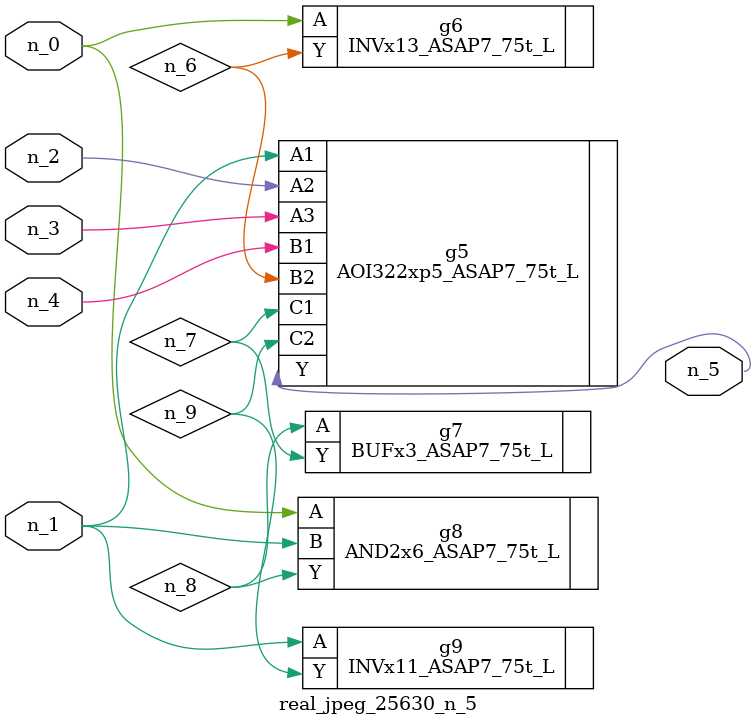
<source format=v>
module real_jpeg_25630_n_5 (n_4, n_0, n_1, n_2, n_3, n_5);

input n_4;
input n_0;
input n_1;
input n_2;
input n_3;

output n_5;

wire n_8;
wire n_6;
wire n_7;
wire n_9;

INVx13_ASAP7_75t_L g6 ( 
.A(n_0),
.Y(n_6)
);

AND2x6_ASAP7_75t_L g8 ( 
.A(n_0),
.B(n_1),
.Y(n_8)
);

AOI322xp5_ASAP7_75t_L g5 ( 
.A1(n_1),
.A2(n_2),
.A3(n_3),
.B1(n_4),
.B2(n_6),
.C1(n_7),
.C2(n_9),
.Y(n_5)
);

INVx11_ASAP7_75t_L g9 ( 
.A(n_1),
.Y(n_9)
);

BUFx3_ASAP7_75t_L g7 ( 
.A(n_8),
.Y(n_7)
);


endmodule
</source>
